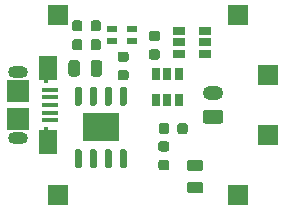
<source format=gts>
%TF.GenerationSoftware,KiCad,Pcbnew,(5.1.6)-1*%
%TF.CreationDate,2020-09-20T19:32:56+01:00*%
%TF.ProjectId,batt,62617474-2e6b-4696-9361-645f70636258,rev?*%
%TF.SameCoordinates,Original*%
%TF.FileFunction,Soldermask,Top*%
%TF.FilePolarity,Negative*%
%FSLAX46Y46*%
G04 Gerber Fmt 4.6, Leading zero omitted, Abs format (unit mm)*
G04 Created by KiCad (PCBNEW (5.1.6)-1) date 2020-09-20 19:32:56*
%MOMM*%
%LPD*%
G01*
G04 APERTURE LIST*
%ADD10R,1.700000X1.700000*%
%ADD11R,1.060000X0.650000*%
%ADD12R,0.850000X0.550000*%
%ADD13R,3.100000X2.410000*%
%ADD14R,0.650000X1.060000*%
%ADD15R,1.600000X2.100000*%
%ADD16R,1.350000X0.400000*%
%ADD17C,0.450000*%
%ADD18R,1.900000X1.900000*%
%ADD19O,1.700000X1.000000*%
%ADD20O,1.750000X1.200000*%
G04 APERTURE END LIST*
D10*
%TO.C,J8*%
X66880000Y-57620000D03*
%TD*%
%TO.C,J6*%
X82120000Y-42380000D03*
%TD*%
%TO.C,J5*%
X66880000Y-42380000D03*
%TD*%
%TO.C,J4*%
X84660000Y-47460000D03*
%TD*%
%TO.C,J2*%
X84660000Y-52540000D03*
%TD*%
%TO.C,J1*%
X82120000Y-57620000D03*
%TD*%
D11*
%TO.C,U2*%
X77100000Y-44700000D03*
X77100000Y-45650000D03*
X77100000Y-43750000D03*
X79300000Y-43750000D03*
X79300000Y-44700000D03*
X79300000Y-45650000D03*
%TD*%
D12*
%TO.C,D1*%
X73175000Y-43575000D03*
X73175000Y-44625000D03*
X71425000Y-43575000D03*
X71425000Y-44625000D03*
%TD*%
D13*
%TO.C,U3*%
X70500000Y-51900000D03*
G36*
G01*
X72255000Y-53750000D02*
X72555000Y-53750000D01*
G75*
G02*
X72705000Y-53900000I0J-150000D01*
G01*
X72705000Y-55200000D01*
G75*
G02*
X72555000Y-55350000I-150000J0D01*
G01*
X72255000Y-55350000D01*
G75*
G02*
X72105000Y-55200000I0J150000D01*
G01*
X72105000Y-53900000D01*
G75*
G02*
X72255000Y-53750000I150000J0D01*
G01*
G37*
G36*
G01*
X70985000Y-53750000D02*
X71285000Y-53750000D01*
G75*
G02*
X71435000Y-53900000I0J-150000D01*
G01*
X71435000Y-55200000D01*
G75*
G02*
X71285000Y-55350000I-150000J0D01*
G01*
X70985000Y-55350000D01*
G75*
G02*
X70835000Y-55200000I0J150000D01*
G01*
X70835000Y-53900000D01*
G75*
G02*
X70985000Y-53750000I150000J0D01*
G01*
G37*
G36*
G01*
X69715000Y-53750000D02*
X70015000Y-53750000D01*
G75*
G02*
X70165000Y-53900000I0J-150000D01*
G01*
X70165000Y-55200000D01*
G75*
G02*
X70015000Y-55350000I-150000J0D01*
G01*
X69715000Y-55350000D01*
G75*
G02*
X69565000Y-55200000I0J150000D01*
G01*
X69565000Y-53900000D01*
G75*
G02*
X69715000Y-53750000I150000J0D01*
G01*
G37*
G36*
G01*
X68445000Y-53750000D02*
X68745000Y-53750000D01*
G75*
G02*
X68895000Y-53900000I0J-150000D01*
G01*
X68895000Y-55200000D01*
G75*
G02*
X68745000Y-55350000I-150000J0D01*
G01*
X68445000Y-55350000D01*
G75*
G02*
X68295000Y-55200000I0J150000D01*
G01*
X68295000Y-53900000D01*
G75*
G02*
X68445000Y-53750000I150000J0D01*
G01*
G37*
G36*
G01*
X68445000Y-48450000D02*
X68745000Y-48450000D01*
G75*
G02*
X68895000Y-48600000I0J-150000D01*
G01*
X68895000Y-49900000D01*
G75*
G02*
X68745000Y-50050000I-150000J0D01*
G01*
X68445000Y-50050000D01*
G75*
G02*
X68295000Y-49900000I0J150000D01*
G01*
X68295000Y-48600000D01*
G75*
G02*
X68445000Y-48450000I150000J0D01*
G01*
G37*
G36*
G01*
X69715000Y-48450000D02*
X70015000Y-48450000D01*
G75*
G02*
X70165000Y-48600000I0J-150000D01*
G01*
X70165000Y-49900000D01*
G75*
G02*
X70015000Y-50050000I-150000J0D01*
G01*
X69715000Y-50050000D01*
G75*
G02*
X69565000Y-49900000I0J150000D01*
G01*
X69565000Y-48600000D01*
G75*
G02*
X69715000Y-48450000I150000J0D01*
G01*
G37*
G36*
G01*
X70985000Y-48450000D02*
X71285000Y-48450000D01*
G75*
G02*
X71435000Y-48600000I0J-150000D01*
G01*
X71435000Y-49900000D01*
G75*
G02*
X71285000Y-50050000I-150000J0D01*
G01*
X70985000Y-50050000D01*
G75*
G02*
X70835000Y-49900000I0J150000D01*
G01*
X70835000Y-48600000D01*
G75*
G02*
X70985000Y-48450000I150000J0D01*
G01*
G37*
G36*
G01*
X72255000Y-48450000D02*
X72555000Y-48450000D01*
G75*
G02*
X72705000Y-48600000I0J-150000D01*
G01*
X72705000Y-49900000D01*
G75*
G02*
X72555000Y-50050000I-150000J0D01*
G01*
X72255000Y-50050000D01*
G75*
G02*
X72105000Y-49900000I0J150000D01*
G01*
X72105000Y-48600000D01*
G75*
G02*
X72255000Y-48450000I150000J0D01*
G01*
G37*
%TD*%
D14*
%TO.C,U1*%
X76150000Y-49600000D03*
X77100000Y-49600000D03*
X75200000Y-49600000D03*
X75200000Y-47400000D03*
X76150000Y-47400000D03*
X77100000Y-47400000D03*
%TD*%
%TO.C,R5*%
G36*
G01*
X72656250Y-46350000D02*
X72143750Y-46350000D01*
G75*
G02*
X71925000Y-46131250I0J218750D01*
G01*
X71925000Y-45693750D01*
G75*
G02*
X72143750Y-45475000I218750J0D01*
G01*
X72656250Y-45475000D01*
G75*
G02*
X72875000Y-45693750I0J-218750D01*
G01*
X72875000Y-46131250D01*
G75*
G02*
X72656250Y-46350000I-218750J0D01*
G01*
G37*
G36*
G01*
X72656250Y-47925000D02*
X72143750Y-47925000D01*
G75*
G02*
X71925000Y-47706250I0J218750D01*
G01*
X71925000Y-47268750D01*
G75*
G02*
X72143750Y-47050000I218750J0D01*
G01*
X72656250Y-47050000D01*
G75*
G02*
X72875000Y-47268750I0J-218750D01*
G01*
X72875000Y-47706250D01*
G75*
G02*
X72656250Y-47925000I-218750J0D01*
G01*
G37*
%TD*%
%TO.C,R4*%
G36*
G01*
X69650000Y-43556250D02*
X69650000Y-43043750D01*
G75*
G02*
X69868750Y-42825000I218750J0D01*
G01*
X70306250Y-42825000D01*
G75*
G02*
X70525000Y-43043750I0J-218750D01*
G01*
X70525000Y-43556250D01*
G75*
G02*
X70306250Y-43775000I-218750J0D01*
G01*
X69868750Y-43775000D01*
G75*
G02*
X69650000Y-43556250I0J218750D01*
G01*
G37*
G36*
G01*
X68075000Y-43556250D02*
X68075000Y-43043750D01*
G75*
G02*
X68293750Y-42825000I218750J0D01*
G01*
X68731250Y-42825000D01*
G75*
G02*
X68950000Y-43043750I0J-218750D01*
G01*
X68950000Y-43556250D01*
G75*
G02*
X68731250Y-43775000I-218750J0D01*
G01*
X68293750Y-43775000D01*
G75*
G02*
X68075000Y-43556250I0J218750D01*
G01*
G37*
%TD*%
%TO.C,R3*%
G36*
G01*
X69650000Y-45156250D02*
X69650000Y-44643750D01*
G75*
G02*
X69868750Y-44425000I218750J0D01*
G01*
X70306250Y-44425000D01*
G75*
G02*
X70525000Y-44643750I0J-218750D01*
G01*
X70525000Y-45156250D01*
G75*
G02*
X70306250Y-45375000I-218750J0D01*
G01*
X69868750Y-45375000D01*
G75*
G02*
X69650000Y-45156250I0J218750D01*
G01*
G37*
G36*
G01*
X68075000Y-45156250D02*
X68075000Y-44643750D01*
G75*
G02*
X68293750Y-44425000I218750J0D01*
G01*
X68731250Y-44425000D01*
G75*
G02*
X68950000Y-44643750I0J-218750D01*
G01*
X68950000Y-45156250D01*
G75*
G02*
X68731250Y-45375000I-218750J0D01*
G01*
X68293750Y-45375000D01*
G75*
G02*
X68075000Y-45156250I0J218750D01*
G01*
G37*
%TD*%
%TO.C,R2*%
G36*
G01*
X75306250Y-44600000D02*
X74793750Y-44600000D01*
G75*
G02*
X74575000Y-44381250I0J218750D01*
G01*
X74575000Y-43943750D01*
G75*
G02*
X74793750Y-43725000I218750J0D01*
G01*
X75306250Y-43725000D01*
G75*
G02*
X75525000Y-43943750I0J-218750D01*
G01*
X75525000Y-44381250D01*
G75*
G02*
X75306250Y-44600000I-218750J0D01*
G01*
G37*
G36*
G01*
X75306250Y-46175000D02*
X74793750Y-46175000D01*
G75*
G02*
X74575000Y-45956250I0J218750D01*
G01*
X74575000Y-45518750D01*
G75*
G02*
X74793750Y-45300000I218750J0D01*
G01*
X75306250Y-45300000D01*
G75*
G02*
X75525000Y-45518750I0J-218750D01*
G01*
X75525000Y-45956250D01*
G75*
G02*
X75306250Y-46175000I-218750J0D01*
G01*
G37*
%TD*%
%TO.C,R1*%
G36*
G01*
X75593750Y-54650000D02*
X76106250Y-54650000D01*
G75*
G02*
X76325000Y-54868750I0J-218750D01*
G01*
X76325000Y-55306250D01*
G75*
G02*
X76106250Y-55525000I-218750J0D01*
G01*
X75593750Y-55525000D01*
G75*
G02*
X75375000Y-55306250I0J218750D01*
G01*
X75375000Y-54868750D01*
G75*
G02*
X75593750Y-54650000I218750J0D01*
G01*
G37*
G36*
G01*
X75593750Y-53075000D02*
X76106250Y-53075000D01*
G75*
G02*
X76325000Y-53293750I0J-218750D01*
G01*
X76325000Y-53731250D01*
G75*
G02*
X76106250Y-53950000I-218750J0D01*
G01*
X75593750Y-53950000D01*
G75*
G02*
X75375000Y-53731250I0J218750D01*
G01*
X75375000Y-53293750D01*
G75*
G02*
X75593750Y-53075000I218750J0D01*
G01*
G37*
%TD*%
D15*
%TO.C,J7*%
X66050000Y-53150000D03*
X66050000Y-46850000D03*
D16*
X66175000Y-51300000D03*
X66175000Y-50650000D03*
X66175000Y-50000000D03*
X66175000Y-49350000D03*
X66175000Y-48700000D03*
D17*
X65850000Y-52000000D03*
X65850000Y-48000000D03*
D18*
X63500000Y-51200000D03*
X63500000Y-48800000D03*
D19*
X63500000Y-52825000D03*
X63500000Y-47175000D03*
%TD*%
D20*
%TO.C,J3*%
X80000000Y-49000000D03*
G36*
G01*
X80625001Y-51600000D02*
X79374999Y-51600000D01*
G75*
G02*
X79125000Y-51350001I0J249999D01*
G01*
X79125000Y-50649999D01*
G75*
G02*
X79374999Y-50400000I249999J0D01*
G01*
X80625001Y-50400000D01*
G75*
G02*
X80875000Y-50649999I0J-249999D01*
G01*
X80875000Y-51350001D01*
G75*
G02*
X80625001Y-51600000I-249999J0D01*
G01*
G37*
%TD*%
%TO.C,C3*%
G36*
G01*
X78956250Y-55612500D02*
X78043750Y-55612500D01*
G75*
G02*
X77800000Y-55368750I0J243750D01*
G01*
X77800000Y-54881250D01*
G75*
G02*
X78043750Y-54637500I243750J0D01*
G01*
X78956250Y-54637500D01*
G75*
G02*
X79200000Y-54881250I0J-243750D01*
G01*
X79200000Y-55368750D01*
G75*
G02*
X78956250Y-55612500I-243750J0D01*
G01*
G37*
G36*
G01*
X78956250Y-57487500D02*
X78043750Y-57487500D01*
G75*
G02*
X77800000Y-57243750I0J243750D01*
G01*
X77800000Y-56756250D01*
G75*
G02*
X78043750Y-56512500I243750J0D01*
G01*
X78956250Y-56512500D01*
G75*
G02*
X79200000Y-56756250I0J-243750D01*
G01*
X79200000Y-57243750D01*
G75*
G02*
X78956250Y-57487500I-243750J0D01*
G01*
G37*
%TD*%
%TO.C,C2*%
G36*
G01*
X69650000Y-47356250D02*
X69650000Y-46443750D01*
G75*
G02*
X69893750Y-46200000I243750J0D01*
G01*
X70381250Y-46200000D01*
G75*
G02*
X70625000Y-46443750I0J-243750D01*
G01*
X70625000Y-47356250D01*
G75*
G02*
X70381250Y-47600000I-243750J0D01*
G01*
X69893750Y-47600000D01*
G75*
G02*
X69650000Y-47356250I0J243750D01*
G01*
G37*
G36*
G01*
X67775000Y-47356250D02*
X67775000Y-46443750D01*
G75*
G02*
X68018750Y-46200000I243750J0D01*
G01*
X68506250Y-46200000D01*
G75*
G02*
X68750000Y-46443750I0J-243750D01*
G01*
X68750000Y-47356250D01*
G75*
G02*
X68506250Y-47600000I-243750J0D01*
G01*
X68018750Y-47600000D01*
G75*
G02*
X67775000Y-47356250I0J243750D01*
G01*
G37*
%TD*%
%TO.C,C1*%
G36*
G01*
X77000000Y-52256250D02*
X77000000Y-51743750D01*
G75*
G02*
X77218750Y-51525000I218750J0D01*
G01*
X77656250Y-51525000D01*
G75*
G02*
X77875000Y-51743750I0J-218750D01*
G01*
X77875000Y-52256250D01*
G75*
G02*
X77656250Y-52475000I-218750J0D01*
G01*
X77218750Y-52475000D01*
G75*
G02*
X77000000Y-52256250I0J218750D01*
G01*
G37*
G36*
G01*
X75425000Y-52256250D02*
X75425000Y-51743750D01*
G75*
G02*
X75643750Y-51525000I218750J0D01*
G01*
X76081250Y-51525000D01*
G75*
G02*
X76300000Y-51743750I0J-218750D01*
G01*
X76300000Y-52256250D01*
G75*
G02*
X76081250Y-52475000I-218750J0D01*
G01*
X75643750Y-52475000D01*
G75*
G02*
X75425000Y-52256250I0J218750D01*
G01*
G37*
%TD*%
M02*

</source>
